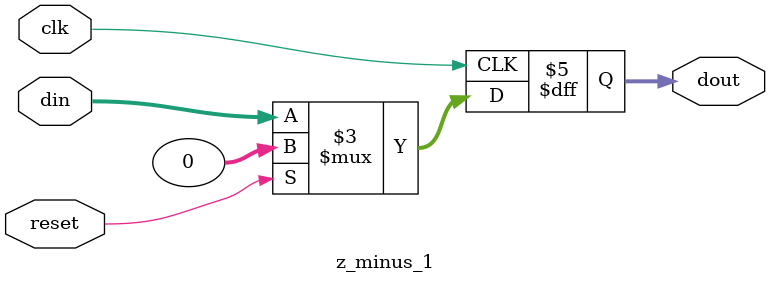
<source format=sv>
`timescale 1ns / 1ps

module sum
(
    input integer x,
    input integer y,
    output integer z
);
assign z = x + y;
endmodule

// Gain/multiplying block
module prod
(
    input integer coeff,   // coeff
    input integer din,     // data
    output integer dout
);
assign dout = coeff * din;
endmodule

// Unit delay block
module z_minus_1
(
    input integer din,
    output integer dout,
    
    input clk,
    input reset
);
always @ (posedge clk)
if (reset)
    dout <= 0;
else
    dout <= din;
endmodule

</source>
